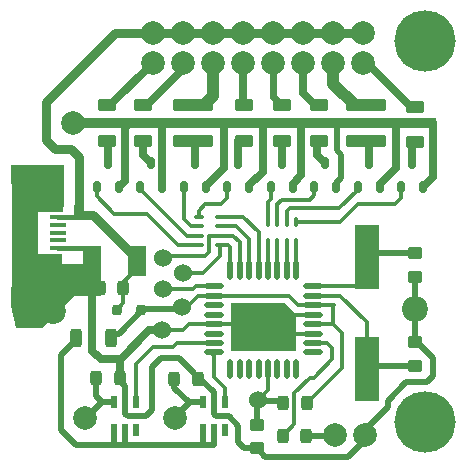
<source format=gtl>
G04 Layer_Physical_Order=1*
G04 Layer_Color=255*
%FSLAX43Y43*%
%MOMM*%
G71*
G01*
G75*
G04:AMPARAMS|DCode=10|XSize=1mm|YSize=1.6mm|CornerRadius=0.25mm|HoleSize=0mm|Usage=FLASHONLY|Rotation=270.000|XOffset=0mm|YOffset=0mm|HoleType=Round|Shape=RoundedRectangle|*
%AMROUNDEDRECTD10*
21,1,1.000,1.100,0,0,270.0*
21,1,0.500,1.600,0,0,270.0*
1,1,0.500,-0.550,-0.250*
1,1,0.500,-0.550,0.250*
1,1,0.500,0.550,0.250*
1,1,0.500,0.550,-0.250*
%
%ADD10ROUNDEDRECTD10*%
G04:AMPARAMS|DCode=11|XSize=1mm|YSize=1.6mm|CornerRadius=0.25mm|HoleSize=0mm|Usage=FLASHONLY|Rotation=0.000|XOffset=0mm|YOffset=0mm|HoleType=Round|Shape=RoundedRectangle|*
%AMROUNDEDRECTD11*
21,1,1.000,1.100,0,0,0.0*
21,1,0.500,1.600,0,0,0.0*
1,1,0.500,0.250,-0.550*
1,1,0.500,-0.250,-0.550*
1,1,0.500,-0.250,0.550*
1,1,0.500,0.250,0.550*
%
%ADD11ROUNDEDRECTD11*%
G04:AMPARAMS|DCode=12|XSize=0.65mm|YSize=1mm|CornerRadius=0.163mm|HoleSize=0mm|Usage=FLASHONLY|Rotation=0.000|XOffset=0mm|YOffset=0mm|HoleType=Round|Shape=RoundedRectangle|*
%AMROUNDEDRECTD12*
21,1,0.650,0.675,0,0,0.0*
21,1,0.325,1.000,0,0,0.0*
1,1,0.325,0.163,-0.338*
1,1,0.325,-0.163,-0.338*
1,1,0.325,-0.163,0.338*
1,1,0.325,0.163,0.338*
%
%ADD12ROUNDEDRECTD12*%
%ADD13R,1.500X2.500*%
G04:AMPARAMS|DCode=14|XSize=1mm|YSize=1.25mm|CornerRadius=0.25mm|HoleSize=0mm|Usage=FLASHONLY|Rotation=180.000|XOffset=0mm|YOffset=0mm|HoleType=Round|Shape=RoundedRectangle|*
%AMROUNDEDRECTD14*
21,1,1.000,0.750,0,0,180.0*
21,1,0.500,1.250,0,0,180.0*
1,1,0.500,-0.250,0.375*
1,1,0.500,0.250,0.375*
1,1,0.500,0.250,-0.375*
1,1,0.500,-0.250,-0.375*
%
%ADD14ROUNDEDRECTD14*%
G04:AMPARAMS|DCode=15|XSize=1mm|YSize=1.25mm|CornerRadius=0.25mm|HoleSize=0mm|Usage=FLASHONLY|Rotation=90.000|XOffset=0mm|YOffset=0mm|HoleType=Round|Shape=RoundedRectangle|*
%AMROUNDEDRECTD15*
21,1,1.000,0.750,0,0,90.0*
21,1,0.500,1.250,0,0,90.0*
1,1,0.500,0.375,0.250*
1,1,0.500,0.375,-0.250*
1,1,0.500,-0.375,-0.250*
1,1,0.500,-0.375,0.250*
%
%ADD15ROUNDEDRECTD15*%
G04:AMPARAMS|DCode=16|XSize=0.8mm|YSize=0.9mm|CornerRadius=0.2mm|HoleSize=0mm|Usage=FLASHONLY|Rotation=0.000|XOffset=0mm|YOffset=0mm|HoleType=Round|Shape=RoundedRectangle|*
%AMROUNDEDRECTD16*
21,1,0.800,0.500,0,0,0.0*
21,1,0.400,0.900,0,0,0.0*
1,1,0.400,0.200,-0.250*
1,1,0.400,-0.200,-0.250*
1,1,0.400,-0.200,0.250*
1,1,0.400,0.200,0.250*
%
%ADD16ROUNDEDRECTD16*%
G04:AMPARAMS|DCode=17|XSize=0.8mm|YSize=0.4mm|CornerRadius=0.1mm|HoleSize=0mm|Usage=FLASHONLY|Rotation=270.000|XOffset=0mm|YOffset=0mm|HoleType=Round|Shape=RoundedRectangle|*
%AMROUNDEDRECTD17*
21,1,0.800,0.200,0,0,270.0*
21,1,0.600,0.400,0,0,270.0*
1,1,0.200,-0.100,-0.300*
1,1,0.200,-0.100,0.300*
1,1,0.200,0.100,0.300*
1,1,0.200,0.100,-0.300*
%
%ADD17ROUNDEDRECTD17*%
G04:AMPARAMS|DCode=18|XSize=0.8mm|YSize=0.4mm|CornerRadius=0.1mm|HoleSize=0mm|Usage=FLASHONLY|Rotation=0.000|XOffset=0mm|YOffset=0mm|HoleType=Round|Shape=RoundedRectangle|*
%AMROUNDEDRECTD18*
21,1,0.800,0.200,0,0,0.0*
21,1,0.600,0.400,0,0,0.0*
1,1,0.200,0.300,-0.100*
1,1,0.200,-0.300,-0.100*
1,1,0.200,-0.300,0.100*
1,1,0.200,0.300,0.100*
%
%ADD18ROUNDEDRECTD18*%
%ADD19R,0.600X1.000*%
%ADD20O,1.650X0.550*%
%ADD21O,0.550X1.650*%
%ADD22R,2.000X5.500*%
%ADD23C,1.524*%
%ADD24R,1.600X2.400*%
%ADD25R,1.350X0.400*%
%ADD26R,1.600X2.700*%
%ADD27C,0.350*%
%ADD28C,0.500*%
%ADD29C,0.650*%
%ADD30C,1.000*%
%ADD31C,0.600*%
%ADD32C,0.800*%
%ADD33C,0.550*%
%ADD34C,0.400*%
%ADD35R,0.813X1.138*%
%ADD36R,30.429X0.940*%
%ADD37R,1.676X2.388*%
%ADD38R,2.032X2.388*%
%ADD39R,2.300X9.576*%
%ADD40C,5.200*%
%ADD41C,2.000*%
%ADD42C,2.200*%
G36*
X31569Y-32261D02*
X32029Y-32721D01*
X32029Y-35814D01*
X31979Y-35865D01*
X26568D01*
Y-31793D01*
X31166D01*
X31569Y-32261D01*
D02*
G37*
G36*
X12040Y-28448D02*
X15519D01*
Y-31090D01*
X15596Y-31166D01*
X13360D01*
X10592Y-33934D01*
X10566Y-33909D01*
X8357D01*
X7950Y-32029D01*
Y-30632D01*
X8255Y-29159D01*
Y-27965D01*
X12040Y-28448D01*
D02*
G37*
G36*
X12395Y-23673D02*
X8103D01*
X7950Y-21057D01*
Y-20523D01*
Y-20091D01*
X12395D01*
Y-23673D01*
D02*
G37*
D10*
X38887Y-18035D02*
D03*
Y-15035D02*
D03*
X24257Y-18035D02*
D03*
Y-15035D02*
D03*
X16027Y-15061D02*
D03*
Y-18061D02*
D03*
X19126Y-15035D02*
D03*
Y-18035D02*
D03*
X22403Y-15035D02*
D03*
Y-18035D02*
D03*
X27661Y-15061D02*
D03*
Y-18061D02*
D03*
X30886Y-15061D02*
D03*
Y-18061D02*
D03*
X33985Y-15035D02*
D03*
Y-18035D02*
D03*
X37033Y-15035D02*
D03*
Y-18035D02*
D03*
X42139Y-15162D02*
D03*
Y-18162D02*
D03*
D11*
X16410Y-34773D02*
D03*
X13410D02*
D03*
D12*
X18862Y-21955D02*
D03*
X20762D02*
D03*
X19812Y-19955D02*
D03*
X40960Y-21955D02*
D03*
X42860D02*
D03*
X41910Y-19955D02*
D03*
X37277Y-21955D02*
D03*
X39177D02*
D03*
X38227Y-19955D02*
D03*
X33594Y-21955D02*
D03*
X35494D02*
D03*
X34544Y-19955D02*
D03*
X29911Y-21955D02*
D03*
X31811D02*
D03*
X30861Y-19955D02*
D03*
X26228Y-21955D02*
D03*
X28128D02*
D03*
X27178Y-19955D02*
D03*
X22545Y-21955D02*
D03*
X24445D02*
D03*
X23495Y-19955D02*
D03*
X15179Y-21955D02*
D03*
X17079D02*
D03*
X16129Y-19955D02*
D03*
D13*
X14783Y-28194D02*
D03*
X18593D02*
D03*
D14*
X17459Y-30531D02*
D03*
X15459D02*
D03*
X15129Y-38100D02*
D03*
X17129D02*
D03*
X21758Y-38176D02*
D03*
X23758D02*
D03*
X33004Y-40284D02*
D03*
X31004D02*
D03*
X30953Y-43002D02*
D03*
X32953D02*
D03*
D15*
X28753Y-44078D02*
D03*
Y-42078D02*
D03*
X42113Y-27575D02*
D03*
Y-29575D02*
D03*
Y-37093D02*
D03*
Y-35093D02*
D03*
D16*
X18923Y-32385D02*
D03*
X16891D02*
D03*
D17*
X29695Y-26706D02*
D03*
X30495D02*
D03*
X31295D02*
D03*
X32095D02*
D03*
X29695Y-24906D02*
D03*
X30495D02*
D03*
X31295D02*
D03*
X32095Y-24906D02*
D03*
D18*
X25623Y-26879D02*
D03*
Y-26079D02*
D03*
Y-25279D02*
D03*
Y-24479D02*
D03*
X23823Y-26879D02*
D03*
Y-26079D02*
D03*
Y-25279D02*
D03*
X23823Y-24479D02*
D03*
D19*
X18561Y-40176D02*
D03*
X17611D02*
D03*
X16661D02*
D03*
Y-42576D02*
D03*
X17611D02*
D03*
X18561D02*
D03*
X26054Y-40176D02*
D03*
X25104D02*
D03*
X24154D02*
D03*
Y-42576D02*
D03*
X25104D02*
D03*
X26054D02*
D03*
D20*
X33495Y-35972D02*
D03*
Y-35172D02*
D03*
Y-34372D02*
D03*
Y-33572D02*
D03*
Y-32772D02*
D03*
Y-31972D02*
D03*
Y-31172D02*
D03*
Y-30372D02*
D03*
X25095D02*
D03*
Y-31172D02*
D03*
Y-31972D02*
D03*
Y-32772D02*
D03*
Y-33572D02*
D03*
Y-34372D02*
D03*
Y-35172D02*
D03*
Y-35972D02*
D03*
D21*
X32095Y-28972D02*
D03*
X31295D02*
D03*
X30495D02*
D03*
X29695D02*
D03*
X28895D02*
D03*
X28095D02*
D03*
X27295D02*
D03*
X26495D02*
D03*
Y-37372D02*
D03*
X27295D02*
D03*
X28095D02*
D03*
X28895D02*
D03*
X29695D02*
D03*
X30495D02*
D03*
X31295D02*
D03*
X32095D02*
D03*
D22*
X38049Y-27889D02*
D03*
Y-37389D02*
D03*
D23*
X22504Y-29235D02*
D03*
X20786Y-27965D02*
D03*
X22454Y-32126D02*
D03*
X20701Y-34087D02*
D03*
X20786Y-30632D02*
D03*
X28829Y-40009D02*
D03*
D24*
X11582Y-22860D02*
D03*
X11481Y-28804D02*
D03*
D25*
X11887Y-27132D02*
D03*
Y-26482D02*
D03*
Y-25832D02*
D03*
Y-25182D02*
D03*
Y-24532D02*
D03*
D26*
X8763Y-22403D02*
D03*
Y-29286D02*
D03*
D27*
X37307Y-23393D02*
X40474D01*
X35794Y-24906D02*
X37307Y-23393D01*
X32095Y-24906D02*
X35794D01*
X37747Y-11430D02*
X38105D01*
X22507Y-11943D02*
Y-11430D01*
X38058Y-37084D02*
Y-33410D01*
X36001Y-37288D02*
Y-34334D01*
X33004Y-40284D02*
X36001Y-37288D01*
X29695Y-39143D02*
Y-37372D01*
X28829Y-40009D02*
X29695Y-39143D01*
X28829Y-39514D02*
X29371Y-40056D01*
X30953Y-43002D02*
X31928Y-42028D01*
Y-40941D01*
X31929Y-40940D01*
Y-39394D01*
X33223Y-38100D01*
X33604D01*
X35137Y-36567D01*
X25375Y-16459D02*
X25959Y-17043D01*
X38227Y-18035D02*
X38862D01*
X33495Y-30372D02*
X37725D01*
X22994Y-33572D02*
X25095D01*
X22479Y-34087D02*
X22994Y-33572D01*
X20701Y-34087D02*
X22479D01*
X22306Y-32283D02*
X22454Y-32126D01*
X19998Y-35484D02*
X21641D01*
X18561Y-36921D02*
X19998Y-35484D01*
X21641D02*
X21953Y-35172D01*
X24367Y-27813D02*
X24723Y-27457D01*
X20938Y-27813D02*
X24367D01*
X20786Y-27965D02*
X20938Y-27813D01*
X22053Y-26879D02*
X23823D01*
X19431Y-24257D02*
X22053Y-26879D01*
X16688Y-24257D02*
X19431D01*
X15179Y-22748D02*
X16688Y-24257D01*
X18593Y-28905D02*
Y-28016D01*
X17459Y-30039D02*
X18593Y-28905D01*
X17459Y-30531D02*
Y-30039D01*
X14051Y-27132D02*
X14783Y-27864D01*
X14834Y-31156D02*
X15459Y-30531D01*
X16891Y-32385D02*
X17459Y-31817D01*
Y-30531D01*
X21953Y-35172D02*
X25095D01*
X35820Y-31172D02*
X38058Y-33410D01*
X33495Y-31172D02*
X35820D01*
X24215Y-29235D02*
X25623Y-27827D01*
X22504Y-29235D02*
X24215D01*
X11125Y-22403D02*
X11582Y-22860D01*
X8763Y-22403D02*
X11125D01*
X8763Y-29286D02*
X9246Y-28804D01*
X11481D01*
X14783Y-29854D02*
X15459Y-30531D01*
X14783Y-29854D02*
Y-27864D01*
X17129Y-38363D02*
Y-38100D01*
X18561Y-40176D02*
Y-36921D01*
X26054Y-40176D02*
Y-39008D01*
X25095Y-38049D02*
X26054Y-39008D01*
X25095Y-38049D02*
Y-35972D01*
X23758Y-38176D02*
X23978D01*
X24996Y-36071D02*
X25095Y-35972D01*
X24445Y-21955D02*
Y-21885D01*
X28128Y-21955D02*
Y-21808D01*
X31811Y-21955D02*
Y-21707D01*
X39177Y-21955D02*
Y-21732D01*
X35137Y-36567D02*
Y-35594D01*
X33502Y-35179D02*
X34721D01*
X35137Y-35594D01*
X37277Y-22184D02*
Y-21955D01*
X35738Y-23724D02*
X37277Y-22184D01*
X31572Y-23724D02*
X35738D01*
X31295Y-24001D02*
X31572Y-23724D01*
X33223Y-23038D02*
X33594Y-22667D01*
X30861Y-23038D02*
X33223D01*
X15179Y-22748D02*
Y-21955D01*
X22802Y-26079D02*
X23823D01*
X18862Y-22139D02*
X22802Y-26079D01*
X18862Y-22139D02*
Y-21955D01*
X23145Y-25279D02*
X23823D01*
X22545Y-24679D02*
X23145Y-25279D01*
X22545Y-24679D02*
Y-21955D01*
X26228Y-22896D02*
Y-21955D01*
X25730Y-23393D02*
X26228Y-22896D01*
X24384Y-23393D02*
X25730D01*
X23823Y-23954D02*
X24384Y-23393D01*
X23823Y-24479D02*
Y-23954D01*
X40474Y-23393D02*
X40960Y-22907D01*
Y-21955D01*
X31295Y-24906D02*
Y-24001D01*
X33594Y-22667D02*
Y-21955D01*
X30495Y-23404D02*
X30861Y-23038D01*
X30495Y-24906D02*
Y-23404D01*
X29911Y-22997D02*
Y-21955D01*
X29695Y-23213D02*
X29911Y-22997D01*
X29695Y-24906D02*
Y-23213D01*
X28895Y-28972D02*
Y-25787D01*
X27587Y-24479D02*
X28895Y-25787D01*
X25623Y-24479D02*
X27587D01*
X28095Y-28972D02*
Y-26384D01*
X26990Y-25279D02*
X28095Y-26384D01*
X25623Y-25279D02*
X26990D01*
X23773Y-24429D02*
X23823Y-24479D01*
X25623Y-27827D02*
Y-26879D01*
X26304D02*
X26495Y-27070D01*
X25623Y-26879D02*
X26304D01*
X26495Y-28727D02*
Y-27070D01*
X25623Y-26079D02*
X26723D01*
X24723Y-27457D02*
Y-26079D01*
X25623D01*
X26723D02*
X27295Y-26651D01*
Y-28972D02*
Y-26651D01*
X42821Y-21980D02*
Y-21808D01*
X29695Y-28972D02*
Y-26782D01*
X30495Y-28972D02*
Y-26706D01*
X31295Y-28972D02*
Y-26706D01*
X32095Y-28972D02*
Y-26706D01*
X33495Y-35172D02*
X33502Y-35179D01*
X33495Y-33572D02*
X35239D01*
Y-31978D01*
X35245Y-31972D01*
X33495D02*
X35245D01*
X25095Y-31172D02*
X31435D01*
X32235Y-31972D01*
X33495D01*
X31714Y-32772D02*
X33495D01*
X31714Y-34271D02*
X31816Y-34372D01*
X33495D01*
X25095Y-33572D02*
X31695D01*
X31714Y-33553D01*
Y-34271D02*
Y-33553D01*
Y-32772D01*
X35239Y-33572D02*
X36001Y-34334D01*
X22454Y-32126D02*
X22945Y-32029D01*
X23802Y-31172D01*
X25095D01*
X20786Y-30632D02*
X23326D01*
X23586Y-30372D01*
X25095D01*
X13716Y-24333D02*
Y-23546D01*
D28*
X43200Y-38475D02*
X43700Y-37975D01*
X41425Y-38475D02*
X43200D01*
X39850Y-40050D02*
X41425Y-38475D01*
X39850Y-40600D02*
Y-40050D01*
X37650Y-43650D02*
Y-42800D01*
X39850Y-40600D01*
X43700Y-37975D02*
Y-36450D01*
X42327Y-35077D02*
X43700Y-36450D01*
X42122Y-35077D02*
X42327D01*
X36494Y-44806D02*
X37650Y-43650D01*
X29480Y-44806D02*
X36494D01*
X42122Y-35077D02*
Y-29616D01*
X38058Y-37084D02*
X42113D01*
X28829Y-40009D02*
Y-39514D01*
X30775Y-40056D02*
X31004Y-40284D01*
X29371Y-40056D02*
X30775D01*
X28753Y-42078D02*
Y-39779D01*
X35357Y-43002D02*
X35382Y-42977D01*
X32953Y-43002D02*
X35357D01*
X28753Y-44078D02*
X29480Y-44806D01*
X27665Y-44074D02*
X29037D01*
X27183Y-43591D02*
X27665Y-44074D01*
X27183Y-43591D02*
Y-42198D01*
X26361Y-41377D02*
X27183Y-42198D01*
X25324Y-41377D02*
X26361D01*
X35919Y-21231D02*
Y-19257D01*
X35509Y-18847D02*
X35919Y-19257D01*
X35509Y-18847D02*
Y-16637D01*
X35662Y-16485D01*
X35494Y-21656D02*
X35919Y-21231D01*
X15614Y-40176D02*
X16661D01*
X15129Y-39691D02*
X15614Y-40176D01*
X15129Y-39691D02*
Y-38100D01*
X15628Y-40176D02*
X16661D01*
X14301Y-41503D02*
X15628Y-40176D01*
X13801Y-41503D02*
X14301D01*
X23095Y-40176D02*
X24154D01*
X21768Y-41503D02*
X23095Y-40176D01*
X21421Y-41503D02*
X21768D01*
X17069Y-34366D02*
X19152Y-32283D01*
X16662Y-34366D02*
X17069D01*
X16612Y-34315D02*
X16662Y-34366D01*
X17611Y-43790D02*
Y-42576D01*
X13437Y-43790D02*
X17611D01*
X12192Y-42545D02*
X13437Y-43790D01*
X25104D02*
Y-42576D01*
X17611Y-43790D02*
X25104D01*
X16661Y-43637D02*
Y-42576D01*
X22200Y-36474D02*
X23453Y-37728D01*
X20599Y-36474D02*
X22200D01*
X12192Y-36153D02*
X13191Y-35153D01*
X25104Y-41157D02*
X25324Y-41377D01*
X25104Y-41157D02*
Y-40176D01*
X17611Y-41182D02*
Y-40176D01*
Y-41182D02*
X17805Y-41376D01*
X19389D01*
X12192Y-42545D02*
Y-36153D01*
X15103Y-38074D02*
X15129Y-38100D01*
X17611Y-40176D02*
Y-38845D01*
X17129Y-38363D02*
X17611Y-38845D01*
X19897Y-37177D02*
X20599Y-36474D01*
X19897Y-40868D02*
Y-37177D01*
X22980Y-40176D02*
X24154D01*
X21758Y-38954D02*
X22980Y-40176D01*
X21758Y-38954D02*
Y-38176D01*
X25104Y-40176D02*
Y-39303D01*
X23978Y-38176D02*
X25104Y-39303D01*
X35494Y-21955D02*
Y-21656D01*
X24154Y-43586D02*
Y-42576D01*
X19389Y-41376D02*
X19897Y-40868D01*
X38134Y-27584D02*
X42189D01*
D29*
X41837Y-15162D02*
X42139D01*
X38105Y-11430D02*
X41837Y-15162D01*
X33710Y-15035D02*
X33985D01*
X32667Y-13992D02*
X33710Y-15035D01*
X32667Y-13992D02*
Y-11430D01*
X19415Y-15035D02*
X22507Y-11943D01*
X19126Y-15035D02*
X19415D01*
X16335Y-15061D02*
X19967Y-11430D01*
X16027Y-15061D02*
X16335D01*
X27586Y-15111D02*
Y-11554D01*
X32534Y-20984D02*
Y-16659D01*
X31811Y-21707D02*
X32534Y-20984D01*
X29007Y-16510D02*
X29261Y-16764D01*
Y-20676D02*
Y-16764D01*
X28128Y-21808D02*
X29261Y-20676D01*
X25959Y-20371D02*
Y-17043D01*
X24445Y-21885D02*
X25959Y-20371D01*
X20828Y-16510D02*
X21666D01*
X20762Y-16576D02*
X20828Y-16510D01*
X20762Y-21955D02*
Y-16576D01*
X19126Y-19269D02*
X19812Y-19955D01*
X19126Y-19269D02*
Y-18035D01*
X17602Y-16916D02*
X17983Y-16535D01*
X17602Y-21432D02*
Y-16916D01*
X17079Y-21955D02*
X17602Y-21432D01*
X33884Y-19295D02*
Y-18086D01*
Y-19295D02*
X34544Y-19955D01*
X38227D02*
Y-18035D01*
X40538Y-20371D02*
Y-16561D01*
X40513Y-16535D02*
X40538Y-16561D01*
X40030Y-16535D02*
X40513D01*
X39177Y-21732D02*
X40538Y-20371D01*
X17129Y-36617D02*
X19660Y-34087D01*
X17129Y-38100D02*
Y-36617D01*
X19660Y-34087D02*
X20701D01*
X15519Y-36551D02*
X17129D01*
X14834Y-35865D02*
X15519Y-36551D01*
X14834Y-35865D02*
Y-31156D01*
X16129Y-19955D02*
Y-18035D01*
X23495Y-19955D02*
Y-18059D01*
X27178Y-19955D02*
Y-18035D01*
X30861Y-19955D02*
Y-18035D01*
X41910Y-19955D02*
Y-18137D01*
X43649Y-21152D02*
Y-16510D01*
X42821Y-21980D02*
X43649Y-21152D01*
D30*
X25047Y-14246D02*
Y-11430D01*
X24257Y-15035D02*
X25047Y-14246D01*
X22403Y-15035D02*
X24257D01*
X37033D02*
X38227D01*
X35207Y-13209D02*
X37033Y-15035D01*
X35207Y-13209D02*
Y-11430D01*
X22403Y-18035D02*
X24257D01*
X38227Y-15035D02*
X38862D01*
X36779Y-18035D02*
X38227D01*
X35207Y-11430D02*
X35227Y-11450D01*
D31*
X30127Y-14301D02*
X30886Y-15061D01*
X30127Y-14301D02*
Y-11430D01*
D32*
X16713Y-8915D02*
X22459D01*
X10897Y-14732D02*
X16713Y-8915D01*
X13030Y-18771D02*
X13665Y-19406D01*
X11684Y-18771D02*
X13030D01*
X10897Y-17983D02*
X11684Y-18771D01*
X10897Y-17983D02*
Y-14732D01*
X13665Y-23495D02*
Y-19406D01*
X19967Y-8890D02*
X22507D01*
X25047D01*
X27587D01*
X30127D01*
X32667D01*
X35207D01*
X37747D01*
X19459Y-8915D02*
X19967Y-9423D01*
X13716Y-24333D02*
X14910D01*
X18593Y-28016D01*
D33*
X19152Y-32283D02*
X22306D01*
D34*
X11887Y-24532D02*
X13665D01*
X11887Y-27132D02*
X14051D01*
D35*
X13665Y-23963D02*
D03*
D36*
X28753Y-16548D02*
D03*
D37*
X10414Y-22860D02*
D03*
D38*
X10160Y-28804D02*
D03*
D39*
X9100Y-25844D02*
D03*
D40*
X42950Y-41875D02*
D03*
X43000Y-9625D02*
D03*
D41*
X13208Y-16561D02*
D03*
X37922Y-42977D02*
D03*
X35382D02*
D03*
X37747Y-8890D02*
D03*
Y-11430D02*
D03*
X35207Y-8890D02*
D03*
Y-11430D02*
D03*
X32667Y-8890D02*
D03*
Y-11430D02*
D03*
X30127Y-8890D02*
D03*
Y-11430D02*
D03*
X27587Y-8890D02*
D03*
Y-11430D02*
D03*
X25047Y-8890D02*
D03*
Y-11430D02*
D03*
X22507Y-8890D02*
D03*
Y-11430D02*
D03*
X19967Y-8890D02*
D03*
Y-11430D02*
D03*
X14182Y-41503D02*
D03*
X21802D02*
D03*
D42*
X42113Y-32258D02*
D03*
X11481Y-32436D02*
D03*
M02*

</source>
